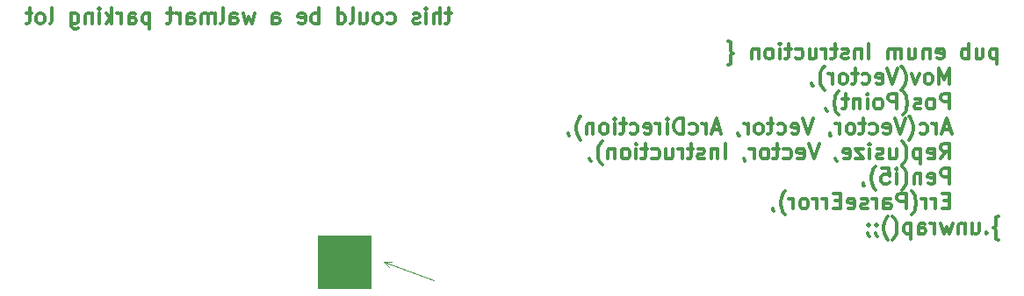
<source format=gbr>
%TF.GenerationSoftware,KiCad,Pcbnew,8.0.1*%
%TF.CreationDate,2025-08-12T22:43:48+02:00*%
%TF.ProjectId,niclas-alarmmelder-pro,6e69636c-6173-42d6-916c-61726d6d656c,rev?*%
%TF.SameCoordinates,Original*%
%TF.FileFunction,Legend,Bot*%
%TF.FilePolarity,Positive*%
%FSLAX46Y46*%
G04 Gerber Fmt 4.6, Leading zero omitted, Abs format (unit mm)*
G04 Created by KiCad (PCBNEW 8.0.1) date 2025-08-12 22:43:48*
%MOMM*%
%LPD*%
G01*
G04 APERTURE LIST*
%ADD10C,0.100000*%
%ADD11C,0.300000*%
G04 APERTURE END LIST*
D10*
X125476000Y-72898000D02*
X120650000Y-71120000D01*
X121158000Y-71628000D02*
X120650000Y-71120000D01*
X114300000Y-68580000D02*
X119380000Y-68580000D01*
X119380000Y-73660000D01*
X114300000Y-73660000D01*
X114300000Y-68580000D01*
G36*
X114300000Y-68580000D02*
G01*
X119380000Y-68580000D01*
X119380000Y-73660000D01*
X114300000Y-73660000D01*
X114300000Y-68580000D01*
G37*
X121412000Y-71120000D02*
X120650000Y-71120000D01*
D11*
X179785489Y-50476416D02*
X179785489Y-51976416D01*
X179785489Y-50547845D02*
X179642632Y-50476416D01*
X179642632Y-50476416D02*
X179356917Y-50476416D01*
X179356917Y-50476416D02*
X179214060Y-50547845D01*
X179214060Y-50547845D02*
X179142632Y-50619273D01*
X179142632Y-50619273D02*
X179071203Y-50762130D01*
X179071203Y-50762130D02*
X179071203Y-51190702D01*
X179071203Y-51190702D02*
X179142632Y-51333559D01*
X179142632Y-51333559D02*
X179214060Y-51404988D01*
X179214060Y-51404988D02*
X179356917Y-51476416D01*
X179356917Y-51476416D02*
X179642632Y-51476416D01*
X179642632Y-51476416D02*
X179785489Y-51404988D01*
X177785489Y-50476416D02*
X177785489Y-51476416D01*
X178428346Y-50476416D02*
X178428346Y-51262130D01*
X178428346Y-51262130D02*
X178356917Y-51404988D01*
X178356917Y-51404988D02*
X178214060Y-51476416D01*
X178214060Y-51476416D02*
X177999774Y-51476416D01*
X177999774Y-51476416D02*
X177856917Y-51404988D01*
X177856917Y-51404988D02*
X177785489Y-51333559D01*
X177071203Y-51476416D02*
X177071203Y-49976416D01*
X177071203Y-50547845D02*
X176928346Y-50476416D01*
X176928346Y-50476416D02*
X176642631Y-50476416D01*
X176642631Y-50476416D02*
X176499774Y-50547845D01*
X176499774Y-50547845D02*
X176428346Y-50619273D01*
X176428346Y-50619273D02*
X176356917Y-50762130D01*
X176356917Y-50762130D02*
X176356917Y-51190702D01*
X176356917Y-51190702D02*
X176428346Y-51333559D01*
X176428346Y-51333559D02*
X176499774Y-51404988D01*
X176499774Y-51404988D02*
X176642631Y-51476416D01*
X176642631Y-51476416D02*
X176928346Y-51476416D01*
X176928346Y-51476416D02*
X177071203Y-51404988D01*
X173999774Y-51404988D02*
X174142631Y-51476416D01*
X174142631Y-51476416D02*
X174428346Y-51476416D01*
X174428346Y-51476416D02*
X174571203Y-51404988D01*
X174571203Y-51404988D02*
X174642631Y-51262130D01*
X174642631Y-51262130D02*
X174642631Y-50690702D01*
X174642631Y-50690702D02*
X174571203Y-50547845D01*
X174571203Y-50547845D02*
X174428346Y-50476416D01*
X174428346Y-50476416D02*
X174142631Y-50476416D01*
X174142631Y-50476416D02*
X173999774Y-50547845D01*
X173999774Y-50547845D02*
X173928346Y-50690702D01*
X173928346Y-50690702D02*
X173928346Y-50833559D01*
X173928346Y-50833559D02*
X174642631Y-50976416D01*
X173285489Y-50476416D02*
X173285489Y-51476416D01*
X173285489Y-50619273D02*
X173214060Y-50547845D01*
X173214060Y-50547845D02*
X173071203Y-50476416D01*
X173071203Y-50476416D02*
X172856917Y-50476416D01*
X172856917Y-50476416D02*
X172714060Y-50547845D01*
X172714060Y-50547845D02*
X172642632Y-50690702D01*
X172642632Y-50690702D02*
X172642632Y-51476416D01*
X171285489Y-50476416D02*
X171285489Y-51476416D01*
X171928346Y-50476416D02*
X171928346Y-51262130D01*
X171928346Y-51262130D02*
X171856917Y-51404988D01*
X171856917Y-51404988D02*
X171714060Y-51476416D01*
X171714060Y-51476416D02*
X171499774Y-51476416D01*
X171499774Y-51476416D02*
X171356917Y-51404988D01*
X171356917Y-51404988D02*
X171285489Y-51333559D01*
X170571203Y-51476416D02*
X170571203Y-50476416D01*
X170571203Y-50619273D02*
X170499774Y-50547845D01*
X170499774Y-50547845D02*
X170356917Y-50476416D01*
X170356917Y-50476416D02*
X170142631Y-50476416D01*
X170142631Y-50476416D02*
X169999774Y-50547845D01*
X169999774Y-50547845D02*
X169928346Y-50690702D01*
X169928346Y-50690702D02*
X169928346Y-51476416D01*
X169928346Y-50690702D02*
X169856917Y-50547845D01*
X169856917Y-50547845D02*
X169714060Y-50476416D01*
X169714060Y-50476416D02*
X169499774Y-50476416D01*
X169499774Y-50476416D02*
X169356917Y-50547845D01*
X169356917Y-50547845D02*
X169285488Y-50690702D01*
X169285488Y-50690702D02*
X169285488Y-51476416D01*
X167428346Y-51476416D02*
X167428346Y-49976416D01*
X166714060Y-50476416D02*
X166714060Y-51476416D01*
X166714060Y-50619273D02*
X166642631Y-50547845D01*
X166642631Y-50547845D02*
X166499774Y-50476416D01*
X166499774Y-50476416D02*
X166285488Y-50476416D01*
X166285488Y-50476416D02*
X166142631Y-50547845D01*
X166142631Y-50547845D02*
X166071203Y-50690702D01*
X166071203Y-50690702D02*
X166071203Y-51476416D01*
X165428345Y-51404988D02*
X165285488Y-51476416D01*
X165285488Y-51476416D02*
X164999774Y-51476416D01*
X164999774Y-51476416D02*
X164856917Y-51404988D01*
X164856917Y-51404988D02*
X164785488Y-51262130D01*
X164785488Y-51262130D02*
X164785488Y-51190702D01*
X164785488Y-51190702D02*
X164856917Y-51047845D01*
X164856917Y-51047845D02*
X164999774Y-50976416D01*
X164999774Y-50976416D02*
X165214060Y-50976416D01*
X165214060Y-50976416D02*
X165356917Y-50904988D01*
X165356917Y-50904988D02*
X165428345Y-50762130D01*
X165428345Y-50762130D02*
X165428345Y-50690702D01*
X165428345Y-50690702D02*
X165356917Y-50547845D01*
X165356917Y-50547845D02*
X165214060Y-50476416D01*
X165214060Y-50476416D02*
X164999774Y-50476416D01*
X164999774Y-50476416D02*
X164856917Y-50547845D01*
X164356916Y-50476416D02*
X163785488Y-50476416D01*
X164142631Y-49976416D02*
X164142631Y-51262130D01*
X164142631Y-51262130D02*
X164071202Y-51404988D01*
X164071202Y-51404988D02*
X163928345Y-51476416D01*
X163928345Y-51476416D02*
X163785488Y-51476416D01*
X163285488Y-51476416D02*
X163285488Y-50476416D01*
X163285488Y-50762130D02*
X163214059Y-50619273D01*
X163214059Y-50619273D02*
X163142631Y-50547845D01*
X163142631Y-50547845D02*
X162999773Y-50476416D01*
X162999773Y-50476416D02*
X162856916Y-50476416D01*
X161714060Y-50476416D02*
X161714060Y-51476416D01*
X162356917Y-50476416D02*
X162356917Y-51262130D01*
X162356917Y-51262130D02*
X162285488Y-51404988D01*
X162285488Y-51404988D02*
X162142631Y-51476416D01*
X162142631Y-51476416D02*
X161928345Y-51476416D01*
X161928345Y-51476416D02*
X161785488Y-51404988D01*
X161785488Y-51404988D02*
X161714060Y-51333559D01*
X160356917Y-51404988D02*
X160499774Y-51476416D01*
X160499774Y-51476416D02*
X160785488Y-51476416D01*
X160785488Y-51476416D02*
X160928345Y-51404988D01*
X160928345Y-51404988D02*
X160999774Y-51333559D01*
X160999774Y-51333559D02*
X161071202Y-51190702D01*
X161071202Y-51190702D02*
X161071202Y-50762130D01*
X161071202Y-50762130D02*
X160999774Y-50619273D01*
X160999774Y-50619273D02*
X160928345Y-50547845D01*
X160928345Y-50547845D02*
X160785488Y-50476416D01*
X160785488Y-50476416D02*
X160499774Y-50476416D01*
X160499774Y-50476416D02*
X160356917Y-50547845D01*
X159928345Y-50476416D02*
X159356917Y-50476416D01*
X159714060Y-49976416D02*
X159714060Y-51262130D01*
X159714060Y-51262130D02*
X159642631Y-51404988D01*
X159642631Y-51404988D02*
X159499774Y-51476416D01*
X159499774Y-51476416D02*
X159356917Y-51476416D01*
X158856917Y-51476416D02*
X158856917Y-50476416D01*
X158856917Y-49976416D02*
X158928345Y-50047845D01*
X158928345Y-50047845D02*
X158856917Y-50119273D01*
X158856917Y-50119273D02*
X158785488Y-50047845D01*
X158785488Y-50047845D02*
X158856917Y-49976416D01*
X158856917Y-49976416D02*
X158856917Y-50119273D01*
X157928345Y-51476416D02*
X158071202Y-51404988D01*
X158071202Y-51404988D02*
X158142631Y-51333559D01*
X158142631Y-51333559D02*
X158214059Y-51190702D01*
X158214059Y-51190702D02*
X158214059Y-50762130D01*
X158214059Y-50762130D02*
X158142631Y-50619273D01*
X158142631Y-50619273D02*
X158071202Y-50547845D01*
X158071202Y-50547845D02*
X157928345Y-50476416D01*
X157928345Y-50476416D02*
X157714059Y-50476416D01*
X157714059Y-50476416D02*
X157571202Y-50547845D01*
X157571202Y-50547845D02*
X157499774Y-50619273D01*
X157499774Y-50619273D02*
X157428345Y-50762130D01*
X157428345Y-50762130D02*
X157428345Y-51190702D01*
X157428345Y-51190702D02*
X157499774Y-51333559D01*
X157499774Y-51333559D02*
X157571202Y-51404988D01*
X157571202Y-51404988D02*
X157714059Y-51476416D01*
X157714059Y-51476416D02*
X157928345Y-51476416D01*
X156785488Y-50476416D02*
X156785488Y-51476416D01*
X156785488Y-50619273D02*
X156714059Y-50547845D01*
X156714059Y-50547845D02*
X156571202Y-50476416D01*
X156571202Y-50476416D02*
X156356916Y-50476416D01*
X156356916Y-50476416D02*
X156214059Y-50547845D01*
X156214059Y-50547845D02*
X156142631Y-50690702D01*
X156142631Y-50690702D02*
X156142631Y-51476416D01*
X153856916Y-52047845D02*
X153928345Y-52047845D01*
X153928345Y-52047845D02*
X154071202Y-51976416D01*
X154071202Y-51976416D02*
X154142631Y-51833559D01*
X154142631Y-51833559D02*
X154142631Y-51119273D01*
X154142631Y-51119273D02*
X154214059Y-50976416D01*
X154214059Y-50976416D02*
X154356916Y-50904988D01*
X154356916Y-50904988D02*
X154214059Y-50833559D01*
X154214059Y-50833559D02*
X154142631Y-50690702D01*
X154142631Y-50690702D02*
X154142631Y-49976416D01*
X154142631Y-49976416D02*
X154071202Y-49833559D01*
X154071202Y-49833559D02*
X153928345Y-49762130D01*
X153928345Y-49762130D02*
X153856916Y-49762130D01*
X175214061Y-53891332D02*
X175214061Y-52391332D01*
X175214061Y-52391332D02*
X174714061Y-53462761D01*
X174714061Y-53462761D02*
X174214061Y-52391332D01*
X174214061Y-52391332D02*
X174214061Y-53891332D01*
X173285489Y-53891332D02*
X173428346Y-53819904D01*
X173428346Y-53819904D02*
X173499775Y-53748475D01*
X173499775Y-53748475D02*
X173571203Y-53605618D01*
X173571203Y-53605618D02*
X173571203Y-53177046D01*
X173571203Y-53177046D02*
X173499775Y-53034189D01*
X173499775Y-53034189D02*
X173428346Y-52962761D01*
X173428346Y-52962761D02*
X173285489Y-52891332D01*
X173285489Y-52891332D02*
X173071203Y-52891332D01*
X173071203Y-52891332D02*
X172928346Y-52962761D01*
X172928346Y-52962761D02*
X172856918Y-53034189D01*
X172856918Y-53034189D02*
X172785489Y-53177046D01*
X172785489Y-53177046D02*
X172785489Y-53605618D01*
X172785489Y-53605618D02*
X172856918Y-53748475D01*
X172856918Y-53748475D02*
X172928346Y-53819904D01*
X172928346Y-53819904D02*
X173071203Y-53891332D01*
X173071203Y-53891332D02*
X173285489Y-53891332D01*
X172285489Y-52891332D02*
X171928346Y-53891332D01*
X171928346Y-53891332D02*
X171571203Y-52891332D01*
X170571203Y-54462761D02*
X170642632Y-54391332D01*
X170642632Y-54391332D02*
X170785489Y-54177046D01*
X170785489Y-54177046D02*
X170856918Y-54034189D01*
X170856918Y-54034189D02*
X170928346Y-53819904D01*
X170928346Y-53819904D02*
X170999775Y-53462761D01*
X170999775Y-53462761D02*
X170999775Y-53177046D01*
X170999775Y-53177046D02*
X170928346Y-52819904D01*
X170928346Y-52819904D02*
X170856918Y-52605618D01*
X170856918Y-52605618D02*
X170785489Y-52462761D01*
X170785489Y-52462761D02*
X170642632Y-52248475D01*
X170642632Y-52248475D02*
X170571203Y-52177046D01*
X170214060Y-52391332D02*
X169714060Y-53891332D01*
X169714060Y-53891332D02*
X169214060Y-52391332D01*
X168142632Y-53819904D02*
X168285489Y-53891332D01*
X168285489Y-53891332D02*
X168571204Y-53891332D01*
X168571204Y-53891332D02*
X168714061Y-53819904D01*
X168714061Y-53819904D02*
X168785489Y-53677046D01*
X168785489Y-53677046D02*
X168785489Y-53105618D01*
X168785489Y-53105618D02*
X168714061Y-52962761D01*
X168714061Y-52962761D02*
X168571204Y-52891332D01*
X168571204Y-52891332D02*
X168285489Y-52891332D01*
X168285489Y-52891332D02*
X168142632Y-52962761D01*
X168142632Y-52962761D02*
X168071204Y-53105618D01*
X168071204Y-53105618D02*
X168071204Y-53248475D01*
X168071204Y-53248475D02*
X168785489Y-53391332D01*
X166785490Y-53819904D02*
X166928347Y-53891332D01*
X166928347Y-53891332D02*
X167214061Y-53891332D01*
X167214061Y-53891332D02*
X167356918Y-53819904D01*
X167356918Y-53819904D02*
X167428347Y-53748475D01*
X167428347Y-53748475D02*
X167499775Y-53605618D01*
X167499775Y-53605618D02*
X167499775Y-53177046D01*
X167499775Y-53177046D02*
X167428347Y-53034189D01*
X167428347Y-53034189D02*
X167356918Y-52962761D01*
X167356918Y-52962761D02*
X167214061Y-52891332D01*
X167214061Y-52891332D02*
X166928347Y-52891332D01*
X166928347Y-52891332D02*
X166785490Y-52962761D01*
X166356918Y-52891332D02*
X165785490Y-52891332D01*
X166142633Y-52391332D02*
X166142633Y-53677046D01*
X166142633Y-53677046D02*
X166071204Y-53819904D01*
X166071204Y-53819904D02*
X165928347Y-53891332D01*
X165928347Y-53891332D02*
X165785490Y-53891332D01*
X165071204Y-53891332D02*
X165214061Y-53819904D01*
X165214061Y-53819904D02*
X165285490Y-53748475D01*
X165285490Y-53748475D02*
X165356918Y-53605618D01*
X165356918Y-53605618D02*
X165356918Y-53177046D01*
X165356918Y-53177046D02*
X165285490Y-53034189D01*
X165285490Y-53034189D02*
X165214061Y-52962761D01*
X165214061Y-52962761D02*
X165071204Y-52891332D01*
X165071204Y-52891332D02*
X164856918Y-52891332D01*
X164856918Y-52891332D02*
X164714061Y-52962761D01*
X164714061Y-52962761D02*
X164642633Y-53034189D01*
X164642633Y-53034189D02*
X164571204Y-53177046D01*
X164571204Y-53177046D02*
X164571204Y-53605618D01*
X164571204Y-53605618D02*
X164642633Y-53748475D01*
X164642633Y-53748475D02*
X164714061Y-53819904D01*
X164714061Y-53819904D02*
X164856918Y-53891332D01*
X164856918Y-53891332D02*
X165071204Y-53891332D01*
X163928347Y-53891332D02*
X163928347Y-52891332D01*
X163928347Y-53177046D02*
X163856918Y-53034189D01*
X163856918Y-53034189D02*
X163785490Y-52962761D01*
X163785490Y-52962761D02*
X163642632Y-52891332D01*
X163642632Y-52891332D02*
X163499775Y-52891332D01*
X163142633Y-54462761D02*
X163071204Y-54391332D01*
X163071204Y-54391332D02*
X162928347Y-54177046D01*
X162928347Y-54177046D02*
X162856919Y-54034189D01*
X162856919Y-54034189D02*
X162785490Y-53819904D01*
X162785490Y-53819904D02*
X162714061Y-53462761D01*
X162714061Y-53462761D02*
X162714061Y-53177046D01*
X162714061Y-53177046D02*
X162785490Y-52819904D01*
X162785490Y-52819904D02*
X162856919Y-52605618D01*
X162856919Y-52605618D02*
X162928347Y-52462761D01*
X162928347Y-52462761D02*
X163071204Y-52248475D01*
X163071204Y-52248475D02*
X163142633Y-52177046D01*
X161928347Y-53819904D02*
X161928347Y-53891332D01*
X161928347Y-53891332D02*
X161999776Y-54034189D01*
X161999776Y-54034189D02*
X162071204Y-54105618D01*
X175214061Y-56306248D02*
X175214061Y-54806248D01*
X175214061Y-54806248D02*
X174642632Y-54806248D01*
X174642632Y-54806248D02*
X174499775Y-54877677D01*
X174499775Y-54877677D02*
X174428346Y-54949105D01*
X174428346Y-54949105D02*
X174356918Y-55091962D01*
X174356918Y-55091962D02*
X174356918Y-55306248D01*
X174356918Y-55306248D02*
X174428346Y-55449105D01*
X174428346Y-55449105D02*
X174499775Y-55520534D01*
X174499775Y-55520534D02*
X174642632Y-55591962D01*
X174642632Y-55591962D02*
X175214061Y-55591962D01*
X173499775Y-56306248D02*
X173642632Y-56234820D01*
X173642632Y-56234820D02*
X173714061Y-56163391D01*
X173714061Y-56163391D02*
X173785489Y-56020534D01*
X173785489Y-56020534D02*
X173785489Y-55591962D01*
X173785489Y-55591962D02*
X173714061Y-55449105D01*
X173714061Y-55449105D02*
X173642632Y-55377677D01*
X173642632Y-55377677D02*
X173499775Y-55306248D01*
X173499775Y-55306248D02*
X173285489Y-55306248D01*
X173285489Y-55306248D02*
X173142632Y-55377677D01*
X173142632Y-55377677D02*
X173071204Y-55449105D01*
X173071204Y-55449105D02*
X172999775Y-55591962D01*
X172999775Y-55591962D02*
X172999775Y-56020534D01*
X172999775Y-56020534D02*
X173071204Y-56163391D01*
X173071204Y-56163391D02*
X173142632Y-56234820D01*
X173142632Y-56234820D02*
X173285489Y-56306248D01*
X173285489Y-56306248D02*
X173499775Y-56306248D01*
X172428346Y-56234820D02*
X172285489Y-56306248D01*
X172285489Y-56306248D02*
X171999775Y-56306248D01*
X171999775Y-56306248D02*
X171856918Y-56234820D01*
X171856918Y-56234820D02*
X171785489Y-56091962D01*
X171785489Y-56091962D02*
X171785489Y-56020534D01*
X171785489Y-56020534D02*
X171856918Y-55877677D01*
X171856918Y-55877677D02*
X171999775Y-55806248D01*
X171999775Y-55806248D02*
X172214061Y-55806248D01*
X172214061Y-55806248D02*
X172356918Y-55734820D01*
X172356918Y-55734820D02*
X172428346Y-55591962D01*
X172428346Y-55591962D02*
X172428346Y-55520534D01*
X172428346Y-55520534D02*
X172356918Y-55377677D01*
X172356918Y-55377677D02*
X172214061Y-55306248D01*
X172214061Y-55306248D02*
X171999775Y-55306248D01*
X171999775Y-55306248D02*
X171856918Y-55377677D01*
X170714060Y-56877677D02*
X170785489Y-56806248D01*
X170785489Y-56806248D02*
X170928346Y-56591962D01*
X170928346Y-56591962D02*
X170999775Y-56449105D01*
X170999775Y-56449105D02*
X171071203Y-56234820D01*
X171071203Y-56234820D02*
X171142632Y-55877677D01*
X171142632Y-55877677D02*
X171142632Y-55591962D01*
X171142632Y-55591962D02*
X171071203Y-55234820D01*
X171071203Y-55234820D02*
X170999775Y-55020534D01*
X170999775Y-55020534D02*
X170928346Y-54877677D01*
X170928346Y-54877677D02*
X170785489Y-54663391D01*
X170785489Y-54663391D02*
X170714060Y-54591962D01*
X170142632Y-56306248D02*
X170142632Y-54806248D01*
X170142632Y-54806248D02*
X169571203Y-54806248D01*
X169571203Y-54806248D02*
X169428346Y-54877677D01*
X169428346Y-54877677D02*
X169356917Y-54949105D01*
X169356917Y-54949105D02*
X169285489Y-55091962D01*
X169285489Y-55091962D02*
X169285489Y-55306248D01*
X169285489Y-55306248D02*
X169356917Y-55449105D01*
X169356917Y-55449105D02*
X169428346Y-55520534D01*
X169428346Y-55520534D02*
X169571203Y-55591962D01*
X169571203Y-55591962D02*
X170142632Y-55591962D01*
X168428346Y-56306248D02*
X168571203Y-56234820D01*
X168571203Y-56234820D02*
X168642632Y-56163391D01*
X168642632Y-56163391D02*
X168714060Y-56020534D01*
X168714060Y-56020534D02*
X168714060Y-55591962D01*
X168714060Y-55591962D02*
X168642632Y-55449105D01*
X168642632Y-55449105D02*
X168571203Y-55377677D01*
X168571203Y-55377677D02*
X168428346Y-55306248D01*
X168428346Y-55306248D02*
X168214060Y-55306248D01*
X168214060Y-55306248D02*
X168071203Y-55377677D01*
X168071203Y-55377677D02*
X167999775Y-55449105D01*
X167999775Y-55449105D02*
X167928346Y-55591962D01*
X167928346Y-55591962D02*
X167928346Y-56020534D01*
X167928346Y-56020534D02*
X167999775Y-56163391D01*
X167999775Y-56163391D02*
X168071203Y-56234820D01*
X168071203Y-56234820D02*
X168214060Y-56306248D01*
X168214060Y-56306248D02*
X168428346Y-56306248D01*
X167285489Y-56306248D02*
X167285489Y-55306248D01*
X167285489Y-54806248D02*
X167356917Y-54877677D01*
X167356917Y-54877677D02*
X167285489Y-54949105D01*
X167285489Y-54949105D02*
X167214060Y-54877677D01*
X167214060Y-54877677D02*
X167285489Y-54806248D01*
X167285489Y-54806248D02*
X167285489Y-54949105D01*
X166571203Y-55306248D02*
X166571203Y-56306248D01*
X166571203Y-55449105D02*
X166499774Y-55377677D01*
X166499774Y-55377677D02*
X166356917Y-55306248D01*
X166356917Y-55306248D02*
X166142631Y-55306248D01*
X166142631Y-55306248D02*
X165999774Y-55377677D01*
X165999774Y-55377677D02*
X165928346Y-55520534D01*
X165928346Y-55520534D02*
X165928346Y-56306248D01*
X165428345Y-55306248D02*
X164856917Y-55306248D01*
X165214060Y-54806248D02*
X165214060Y-56091962D01*
X165214060Y-56091962D02*
X165142631Y-56234820D01*
X165142631Y-56234820D02*
X164999774Y-56306248D01*
X164999774Y-56306248D02*
X164856917Y-56306248D01*
X164499774Y-56877677D02*
X164428345Y-56806248D01*
X164428345Y-56806248D02*
X164285488Y-56591962D01*
X164285488Y-56591962D02*
X164214060Y-56449105D01*
X164214060Y-56449105D02*
X164142631Y-56234820D01*
X164142631Y-56234820D02*
X164071202Y-55877677D01*
X164071202Y-55877677D02*
X164071202Y-55591962D01*
X164071202Y-55591962D02*
X164142631Y-55234820D01*
X164142631Y-55234820D02*
X164214060Y-55020534D01*
X164214060Y-55020534D02*
X164285488Y-54877677D01*
X164285488Y-54877677D02*
X164428345Y-54663391D01*
X164428345Y-54663391D02*
X164499774Y-54591962D01*
X163285488Y-56234820D02*
X163285488Y-56306248D01*
X163285488Y-56306248D02*
X163356917Y-56449105D01*
X163356917Y-56449105D02*
X163428345Y-56520534D01*
X175285489Y-58292593D02*
X174571204Y-58292593D01*
X175428346Y-58721164D02*
X174928346Y-57221164D01*
X174928346Y-57221164D02*
X174428346Y-58721164D01*
X173928347Y-58721164D02*
X173928347Y-57721164D01*
X173928347Y-58006878D02*
X173856918Y-57864021D01*
X173856918Y-57864021D02*
X173785490Y-57792593D01*
X173785490Y-57792593D02*
X173642632Y-57721164D01*
X173642632Y-57721164D02*
X173499775Y-57721164D01*
X172356919Y-58649736D02*
X172499776Y-58721164D01*
X172499776Y-58721164D02*
X172785490Y-58721164D01*
X172785490Y-58721164D02*
X172928347Y-58649736D01*
X172928347Y-58649736D02*
X172999776Y-58578307D01*
X172999776Y-58578307D02*
X173071204Y-58435450D01*
X173071204Y-58435450D02*
X173071204Y-58006878D01*
X173071204Y-58006878D02*
X172999776Y-57864021D01*
X172999776Y-57864021D02*
X172928347Y-57792593D01*
X172928347Y-57792593D02*
X172785490Y-57721164D01*
X172785490Y-57721164D02*
X172499776Y-57721164D01*
X172499776Y-57721164D02*
X172356919Y-57792593D01*
X171285490Y-59292593D02*
X171356919Y-59221164D01*
X171356919Y-59221164D02*
X171499776Y-59006878D01*
X171499776Y-59006878D02*
X171571205Y-58864021D01*
X171571205Y-58864021D02*
X171642633Y-58649736D01*
X171642633Y-58649736D02*
X171714062Y-58292593D01*
X171714062Y-58292593D02*
X171714062Y-58006878D01*
X171714062Y-58006878D02*
X171642633Y-57649736D01*
X171642633Y-57649736D02*
X171571205Y-57435450D01*
X171571205Y-57435450D02*
X171499776Y-57292593D01*
X171499776Y-57292593D02*
X171356919Y-57078307D01*
X171356919Y-57078307D02*
X171285490Y-57006878D01*
X170928347Y-57221164D02*
X170428347Y-58721164D01*
X170428347Y-58721164D02*
X169928347Y-57221164D01*
X168856919Y-58649736D02*
X168999776Y-58721164D01*
X168999776Y-58721164D02*
X169285491Y-58721164D01*
X169285491Y-58721164D02*
X169428348Y-58649736D01*
X169428348Y-58649736D02*
X169499776Y-58506878D01*
X169499776Y-58506878D02*
X169499776Y-57935450D01*
X169499776Y-57935450D02*
X169428348Y-57792593D01*
X169428348Y-57792593D02*
X169285491Y-57721164D01*
X169285491Y-57721164D02*
X168999776Y-57721164D01*
X168999776Y-57721164D02*
X168856919Y-57792593D01*
X168856919Y-57792593D02*
X168785491Y-57935450D01*
X168785491Y-57935450D02*
X168785491Y-58078307D01*
X168785491Y-58078307D02*
X169499776Y-58221164D01*
X167499777Y-58649736D02*
X167642634Y-58721164D01*
X167642634Y-58721164D02*
X167928348Y-58721164D01*
X167928348Y-58721164D02*
X168071205Y-58649736D01*
X168071205Y-58649736D02*
X168142634Y-58578307D01*
X168142634Y-58578307D02*
X168214062Y-58435450D01*
X168214062Y-58435450D02*
X168214062Y-58006878D01*
X168214062Y-58006878D02*
X168142634Y-57864021D01*
X168142634Y-57864021D02*
X168071205Y-57792593D01*
X168071205Y-57792593D02*
X167928348Y-57721164D01*
X167928348Y-57721164D02*
X167642634Y-57721164D01*
X167642634Y-57721164D02*
X167499777Y-57792593D01*
X167071205Y-57721164D02*
X166499777Y-57721164D01*
X166856920Y-57221164D02*
X166856920Y-58506878D01*
X166856920Y-58506878D02*
X166785491Y-58649736D01*
X166785491Y-58649736D02*
X166642634Y-58721164D01*
X166642634Y-58721164D02*
X166499777Y-58721164D01*
X165785491Y-58721164D02*
X165928348Y-58649736D01*
X165928348Y-58649736D02*
X165999777Y-58578307D01*
X165999777Y-58578307D02*
X166071205Y-58435450D01*
X166071205Y-58435450D02*
X166071205Y-58006878D01*
X166071205Y-58006878D02*
X165999777Y-57864021D01*
X165999777Y-57864021D02*
X165928348Y-57792593D01*
X165928348Y-57792593D02*
X165785491Y-57721164D01*
X165785491Y-57721164D02*
X165571205Y-57721164D01*
X165571205Y-57721164D02*
X165428348Y-57792593D01*
X165428348Y-57792593D02*
X165356920Y-57864021D01*
X165356920Y-57864021D02*
X165285491Y-58006878D01*
X165285491Y-58006878D02*
X165285491Y-58435450D01*
X165285491Y-58435450D02*
X165356920Y-58578307D01*
X165356920Y-58578307D02*
X165428348Y-58649736D01*
X165428348Y-58649736D02*
X165571205Y-58721164D01*
X165571205Y-58721164D02*
X165785491Y-58721164D01*
X164642634Y-58721164D02*
X164642634Y-57721164D01*
X164642634Y-58006878D02*
X164571205Y-57864021D01*
X164571205Y-57864021D02*
X164499777Y-57792593D01*
X164499777Y-57792593D02*
X164356919Y-57721164D01*
X164356919Y-57721164D02*
X164214062Y-57721164D01*
X163642634Y-58649736D02*
X163642634Y-58721164D01*
X163642634Y-58721164D02*
X163714063Y-58864021D01*
X163714063Y-58864021D02*
X163785491Y-58935450D01*
X162071205Y-57221164D02*
X161571205Y-58721164D01*
X161571205Y-58721164D02*
X161071205Y-57221164D01*
X159999777Y-58649736D02*
X160142634Y-58721164D01*
X160142634Y-58721164D02*
X160428349Y-58721164D01*
X160428349Y-58721164D02*
X160571206Y-58649736D01*
X160571206Y-58649736D02*
X160642634Y-58506878D01*
X160642634Y-58506878D02*
X160642634Y-57935450D01*
X160642634Y-57935450D02*
X160571206Y-57792593D01*
X160571206Y-57792593D02*
X160428349Y-57721164D01*
X160428349Y-57721164D02*
X160142634Y-57721164D01*
X160142634Y-57721164D02*
X159999777Y-57792593D01*
X159999777Y-57792593D02*
X159928349Y-57935450D01*
X159928349Y-57935450D02*
X159928349Y-58078307D01*
X159928349Y-58078307D02*
X160642634Y-58221164D01*
X158642635Y-58649736D02*
X158785492Y-58721164D01*
X158785492Y-58721164D02*
X159071206Y-58721164D01*
X159071206Y-58721164D02*
X159214063Y-58649736D01*
X159214063Y-58649736D02*
X159285492Y-58578307D01*
X159285492Y-58578307D02*
X159356920Y-58435450D01*
X159356920Y-58435450D02*
X159356920Y-58006878D01*
X159356920Y-58006878D02*
X159285492Y-57864021D01*
X159285492Y-57864021D02*
X159214063Y-57792593D01*
X159214063Y-57792593D02*
X159071206Y-57721164D01*
X159071206Y-57721164D02*
X158785492Y-57721164D01*
X158785492Y-57721164D02*
X158642635Y-57792593D01*
X158214063Y-57721164D02*
X157642635Y-57721164D01*
X157999778Y-57221164D02*
X157999778Y-58506878D01*
X157999778Y-58506878D02*
X157928349Y-58649736D01*
X157928349Y-58649736D02*
X157785492Y-58721164D01*
X157785492Y-58721164D02*
X157642635Y-58721164D01*
X156928349Y-58721164D02*
X157071206Y-58649736D01*
X157071206Y-58649736D02*
X157142635Y-58578307D01*
X157142635Y-58578307D02*
X157214063Y-58435450D01*
X157214063Y-58435450D02*
X157214063Y-58006878D01*
X157214063Y-58006878D02*
X157142635Y-57864021D01*
X157142635Y-57864021D02*
X157071206Y-57792593D01*
X157071206Y-57792593D02*
X156928349Y-57721164D01*
X156928349Y-57721164D02*
X156714063Y-57721164D01*
X156714063Y-57721164D02*
X156571206Y-57792593D01*
X156571206Y-57792593D02*
X156499778Y-57864021D01*
X156499778Y-57864021D02*
X156428349Y-58006878D01*
X156428349Y-58006878D02*
X156428349Y-58435450D01*
X156428349Y-58435450D02*
X156499778Y-58578307D01*
X156499778Y-58578307D02*
X156571206Y-58649736D01*
X156571206Y-58649736D02*
X156714063Y-58721164D01*
X156714063Y-58721164D02*
X156928349Y-58721164D01*
X155785492Y-58721164D02*
X155785492Y-57721164D01*
X155785492Y-58006878D02*
X155714063Y-57864021D01*
X155714063Y-57864021D02*
X155642635Y-57792593D01*
X155642635Y-57792593D02*
X155499777Y-57721164D01*
X155499777Y-57721164D02*
X155356920Y-57721164D01*
X154785492Y-58649736D02*
X154785492Y-58721164D01*
X154785492Y-58721164D02*
X154856921Y-58864021D01*
X154856921Y-58864021D02*
X154928349Y-58935450D01*
X153071206Y-58292593D02*
X152356921Y-58292593D01*
X153214063Y-58721164D02*
X152714063Y-57221164D01*
X152714063Y-57221164D02*
X152214063Y-58721164D01*
X151714064Y-58721164D02*
X151714064Y-57721164D01*
X151714064Y-58006878D02*
X151642635Y-57864021D01*
X151642635Y-57864021D02*
X151571207Y-57792593D01*
X151571207Y-57792593D02*
X151428349Y-57721164D01*
X151428349Y-57721164D02*
X151285492Y-57721164D01*
X150142636Y-58649736D02*
X150285493Y-58721164D01*
X150285493Y-58721164D02*
X150571207Y-58721164D01*
X150571207Y-58721164D02*
X150714064Y-58649736D01*
X150714064Y-58649736D02*
X150785493Y-58578307D01*
X150785493Y-58578307D02*
X150856921Y-58435450D01*
X150856921Y-58435450D02*
X150856921Y-58006878D01*
X150856921Y-58006878D02*
X150785493Y-57864021D01*
X150785493Y-57864021D02*
X150714064Y-57792593D01*
X150714064Y-57792593D02*
X150571207Y-57721164D01*
X150571207Y-57721164D02*
X150285493Y-57721164D01*
X150285493Y-57721164D02*
X150142636Y-57792593D01*
X149499779Y-58721164D02*
X149499779Y-57221164D01*
X149499779Y-57221164D02*
X149142636Y-57221164D01*
X149142636Y-57221164D02*
X148928350Y-57292593D01*
X148928350Y-57292593D02*
X148785493Y-57435450D01*
X148785493Y-57435450D02*
X148714064Y-57578307D01*
X148714064Y-57578307D02*
X148642636Y-57864021D01*
X148642636Y-57864021D02*
X148642636Y-58078307D01*
X148642636Y-58078307D02*
X148714064Y-58364021D01*
X148714064Y-58364021D02*
X148785493Y-58506878D01*
X148785493Y-58506878D02*
X148928350Y-58649736D01*
X148928350Y-58649736D02*
X149142636Y-58721164D01*
X149142636Y-58721164D02*
X149499779Y-58721164D01*
X147999779Y-58721164D02*
X147999779Y-57721164D01*
X147999779Y-57221164D02*
X148071207Y-57292593D01*
X148071207Y-57292593D02*
X147999779Y-57364021D01*
X147999779Y-57364021D02*
X147928350Y-57292593D01*
X147928350Y-57292593D02*
X147999779Y-57221164D01*
X147999779Y-57221164D02*
X147999779Y-57364021D01*
X147285493Y-58721164D02*
X147285493Y-57721164D01*
X147285493Y-58006878D02*
X147214064Y-57864021D01*
X147214064Y-57864021D02*
X147142636Y-57792593D01*
X147142636Y-57792593D02*
X146999778Y-57721164D01*
X146999778Y-57721164D02*
X146856921Y-57721164D01*
X145785493Y-58649736D02*
X145928350Y-58721164D01*
X145928350Y-58721164D02*
X146214065Y-58721164D01*
X146214065Y-58721164D02*
X146356922Y-58649736D01*
X146356922Y-58649736D02*
X146428350Y-58506878D01*
X146428350Y-58506878D02*
X146428350Y-57935450D01*
X146428350Y-57935450D02*
X146356922Y-57792593D01*
X146356922Y-57792593D02*
X146214065Y-57721164D01*
X146214065Y-57721164D02*
X145928350Y-57721164D01*
X145928350Y-57721164D02*
X145785493Y-57792593D01*
X145785493Y-57792593D02*
X145714065Y-57935450D01*
X145714065Y-57935450D02*
X145714065Y-58078307D01*
X145714065Y-58078307D02*
X146428350Y-58221164D01*
X144428351Y-58649736D02*
X144571208Y-58721164D01*
X144571208Y-58721164D02*
X144856922Y-58721164D01*
X144856922Y-58721164D02*
X144999779Y-58649736D01*
X144999779Y-58649736D02*
X145071208Y-58578307D01*
X145071208Y-58578307D02*
X145142636Y-58435450D01*
X145142636Y-58435450D02*
X145142636Y-58006878D01*
X145142636Y-58006878D02*
X145071208Y-57864021D01*
X145071208Y-57864021D02*
X144999779Y-57792593D01*
X144999779Y-57792593D02*
X144856922Y-57721164D01*
X144856922Y-57721164D02*
X144571208Y-57721164D01*
X144571208Y-57721164D02*
X144428351Y-57792593D01*
X143999779Y-57721164D02*
X143428351Y-57721164D01*
X143785494Y-57221164D02*
X143785494Y-58506878D01*
X143785494Y-58506878D02*
X143714065Y-58649736D01*
X143714065Y-58649736D02*
X143571208Y-58721164D01*
X143571208Y-58721164D02*
X143428351Y-58721164D01*
X142928351Y-58721164D02*
X142928351Y-57721164D01*
X142928351Y-57221164D02*
X142999779Y-57292593D01*
X142999779Y-57292593D02*
X142928351Y-57364021D01*
X142928351Y-57364021D02*
X142856922Y-57292593D01*
X142856922Y-57292593D02*
X142928351Y-57221164D01*
X142928351Y-57221164D02*
X142928351Y-57364021D01*
X141999779Y-58721164D02*
X142142636Y-58649736D01*
X142142636Y-58649736D02*
X142214065Y-58578307D01*
X142214065Y-58578307D02*
X142285493Y-58435450D01*
X142285493Y-58435450D02*
X142285493Y-58006878D01*
X142285493Y-58006878D02*
X142214065Y-57864021D01*
X142214065Y-57864021D02*
X142142636Y-57792593D01*
X142142636Y-57792593D02*
X141999779Y-57721164D01*
X141999779Y-57721164D02*
X141785493Y-57721164D01*
X141785493Y-57721164D02*
X141642636Y-57792593D01*
X141642636Y-57792593D02*
X141571208Y-57864021D01*
X141571208Y-57864021D02*
X141499779Y-58006878D01*
X141499779Y-58006878D02*
X141499779Y-58435450D01*
X141499779Y-58435450D02*
X141571208Y-58578307D01*
X141571208Y-58578307D02*
X141642636Y-58649736D01*
X141642636Y-58649736D02*
X141785493Y-58721164D01*
X141785493Y-58721164D02*
X141999779Y-58721164D01*
X140856922Y-57721164D02*
X140856922Y-58721164D01*
X140856922Y-57864021D02*
X140785493Y-57792593D01*
X140785493Y-57792593D02*
X140642636Y-57721164D01*
X140642636Y-57721164D02*
X140428350Y-57721164D01*
X140428350Y-57721164D02*
X140285493Y-57792593D01*
X140285493Y-57792593D02*
X140214065Y-57935450D01*
X140214065Y-57935450D02*
X140214065Y-58721164D01*
X139642636Y-59292593D02*
X139571207Y-59221164D01*
X139571207Y-59221164D02*
X139428350Y-59006878D01*
X139428350Y-59006878D02*
X139356922Y-58864021D01*
X139356922Y-58864021D02*
X139285493Y-58649736D01*
X139285493Y-58649736D02*
X139214064Y-58292593D01*
X139214064Y-58292593D02*
X139214064Y-58006878D01*
X139214064Y-58006878D02*
X139285493Y-57649736D01*
X139285493Y-57649736D02*
X139356922Y-57435450D01*
X139356922Y-57435450D02*
X139428350Y-57292593D01*
X139428350Y-57292593D02*
X139571207Y-57078307D01*
X139571207Y-57078307D02*
X139642636Y-57006878D01*
X138428350Y-58649736D02*
X138428350Y-58721164D01*
X138428350Y-58721164D02*
X138499779Y-58864021D01*
X138499779Y-58864021D02*
X138571207Y-58935450D01*
X174356918Y-61136080D02*
X174856918Y-60421794D01*
X175214061Y-61136080D02*
X175214061Y-59636080D01*
X175214061Y-59636080D02*
X174642632Y-59636080D01*
X174642632Y-59636080D02*
X174499775Y-59707509D01*
X174499775Y-59707509D02*
X174428346Y-59778937D01*
X174428346Y-59778937D02*
X174356918Y-59921794D01*
X174356918Y-59921794D02*
X174356918Y-60136080D01*
X174356918Y-60136080D02*
X174428346Y-60278937D01*
X174428346Y-60278937D02*
X174499775Y-60350366D01*
X174499775Y-60350366D02*
X174642632Y-60421794D01*
X174642632Y-60421794D02*
X175214061Y-60421794D01*
X173142632Y-61064652D02*
X173285489Y-61136080D01*
X173285489Y-61136080D02*
X173571204Y-61136080D01*
X173571204Y-61136080D02*
X173714061Y-61064652D01*
X173714061Y-61064652D02*
X173785489Y-60921794D01*
X173785489Y-60921794D02*
X173785489Y-60350366D01*
X173785489Y-60350366D02*
X173714061Y-60207509D01*
X173714061Y-60207509D02*
X173571204Y-60136080D01*
X173571204Y-60136080D02*
X173285489Y-60136080D01*
X173285489Y-60136080D02*
X173142632Y-60207509D01*
X173142632Y-60207509D02*
X173071204Y-60350366D01*
X173071204Y-60350366D02*
X173071204Y-60493223D01*
X173071204Y-60493223D02*
X173785489Y-60636080D01*
X172428347Y-60136080D02*
X172428347Y-61636080D01*
X172428347Y-60207509D02*
X172285490Y-60136080D01*
X172285490Y-60136080D02*
X171999775Y-60136080D01*
X171999775Y-60136080D02*
X171856918Y-60207509D01*
X171856918Y-60207509D02*
X171785490Y-60278937D01*
X171785490Y-60278937D02*
X171714061Y-60421794D01*
X171714061Y-60421794D02*
X171714061Y-60850366D01*
X171714061Y-60850366D02*
X171785490Y-60993223D01*
X171785490Y-60993223D02*
X171856918Y-61064652D01*
X171856918Y-61064652D02*
X171999775Y-61136080D01*
X171999775Y-61136080D02*
X172285490Y-61136080D01*
X172285490Y-61136080D02*
X172428347Y-61064652D01*
X170642632Y-61707509D02*
X170714061Y-61636080D01*
X170714061Y-61636080D02*
X170856918Y-61421794D01*
X170856918Y-61421794D02*
X170928347Y-61278937D01*
X170928347Y-61278937D02*
X170999775Y-61064652D01*
X170999775Y-61064652D02*
X171071204Y-60707509D01*
X171071204Y-60707509D02*
X171071204Y-60421794D01*
X171071204Y-60421794D02*
X170999775Y-60064652D01*
X170999775Y-60064652D02*
X170928347Y-59850366D01*
X170928347Y-59850366D02*
X170856918Y-59707509D01*
X170856918Y-59707509D02*
X170714061Y-59493223D01*
X170714061Y-59493223D02*
X170642632Y-59421794D01*
X169428347Y-60136080D02*
X169428347Y-61136080D01*
X170071204Y-60136080D02*
X170071204Y-60921794D01*
X170071204Y-60921794D02*
X169999775Y-61064652D01*
X169999775Y-61064652D02*
X169856918Y-61136080D01*
X169856918Y-61136080D02*
X169642632Y-61136080D01*
X169642632Y-61136080D02*
X169499775Y-61064652D01*
X169499775Y-61064652D02*
X169428347Y-60993223D01*
X168785489Y-61064652D02*
X168642632Y-61136080D01*
X168642632Y-61136080D02*
X168356918Y-61136080D01*
X168356918Y-61136080D02*
X168214061Y-61064652D01*
X168214061Y-61064652D02*
X168142632Y-60921794D01*
X168142632Y-60921794D02*
X168142632Y-60850366D01*
X168142632Y-60850366D02*
X168214061Y-60707509D01*
X168214061Y-60707509D02*
X168356918Y-60636080D01*
X168356918Y-60636080D02*
X168571204Y-60636080D01*
X168571204Y-60636080D02*
X168714061Y-60564652D01*
X168714061Y-60564652D02*
X168785489Y-60421794D01*
X168785489Y-60421794D02*
X168785489Y-60350366D01*
X168785489Y-60350366D02*
X168714061Y-60207509D01*
X168714061Y-60207509D02*
X168571204Y-60136080D01*
X168571204Y-60136080D02*
X168356918Y-60136080D01*
X168356918Y-60136080D02*
X168214061Y-60207509D01*
X167499775Y-61136080D02*
X167499775Y-60136080D01*
X167499775Y-59636080D02*
X167571203Y-59707509D01*
X167571203Y-59707509D02*
X167499775Y-59778937D01*
X167499775Y-59778937D02*
X167428346Y-59707509D01*
X167428346Y-59707509D02*
X167499775Y-59636080D01*
X167499775Y-59636080D02*
X167499775Y-59778937D01*
X166928346Y-60136080D02*
X166142632Y-60136080D01*
X166142632Y-60136080D02*
X166928346Y-61136080D01*
X166928346Y-61136080D02*
X166142632Y-61136080D01*
X164999774Y-61064652D02*
X165142631Y-61136080D01*
X165142631Y-61136080D02*
X165428346Y-61136080D01*
X165428346Y-61136080D02*
X165571203Y-61064652D01*
X165571203Y-61064652D02*
X165642631Y-60921794D01*
X165642631Y-60921794D02*
X165642631Y-60350366D01*
X165642631Y-60350366D02*
X165571203Y-60207509D01*
X165571203Y-60207509D02*
X165428346Y-60136080D01*
X165428346Y-60136080D02*
X165142631Y-60136080D01*
X165142631Y-60136080D02*
X164999774Y-60207509D01*
X164999774Y-60207509D02*
X164928346Y-60350366D01*
X164928346Y-60350366D02*
X164928346Y-60493223D01*
X164928346Y-60493223D02*
X165642631Y-60636080D01*
X164214060Y-61064652D02*
X164214060Y-61136080D01*
X164214060Y-61136080D02*
X164285489Y-61278937D01*
X164285489Y-61278937D02*
X164356917Y-61350366D01*
X162642631Y-59636080D02*
X162142631Y-61136080D01*
X162142631Y-61136080D02*
X161642631Y-59636080D01*
X160571203Y-61064652D02*
X160714060Y-61136080D01*
X160714060Y-61136080D02*
X160999775Y-61136080D01*
X160999775Y-61136080D02*
X161142632Y-61064652D01*
X161142632Y-61064652D02*
X161214060Y-60921794D01*
X161214060Y-60921794D02*
X161214060Y-60350366D01*
X161214060Y-60350366D02*
X161142632Y-60207509D01*
X161142632Y-60207509D02*
X160999775Y-60136080D01*
X160999775Y-60136080D02*
X160714060Y-60136080D01*
X160714060Y-60136080D02*
X160571203Y-60207509D01*
X160571203Y-60207509D02*
X160499775Y-60350366D01*
X160499775Y-60350366D02*
X160499775Y-60493223D01*
X160499775Y-60493223D02*
X161214060Y-60636080D01*
X159214061Y-61064652D02*
X159356918Y-61136080D01*
X159356918Y-61136080D02*
X159642632Y-61136080D01*
X159642632Y-61136080D02*
X159785489Y-61064652D01*
X159785489Y-61064652D02*
X159856918Y-60993223D01*
X159856918Y-60993223D02*
X159928346Y-60850366D01*
X159928346Y-60850366D02*
X159928346Y-60421794D01*
X159928346Y-60421794D02*
X159856918Y-60278937D01*
X159856918Y-60278937D02*
X159785489Y-60207509D01*
X159785489Y-60207509D02*
X159642632Y-60136080D01*
X159642632Y-60136080D02*
X159356918Y-60136080D01*
X159356918Y-60136080D02*
X159214061Y-60207509D01*
X158785489Y-60136080D02*
X158214061Y-60136080D01*
X158571204Y-59636080D02*
X158571204Y-60921794D01*
X158571204Y-60921794D02*
X158499775Y-61064652D01*
X158499775Y-61064652D02*
X158356918Y-61136080D01*
X158356918Y-61136080D02*
X158214061Y-61136080D01*
X157499775Y-61136080D02*
X157642632Y-61064652D01*
X157642632Y-61064652D02*
X157714061Y-60993223D01*
X157714061Y-60993223D02*
X157785489Y-60850366D01*
X157785489Y-60850366D02*
X157785489Y-60421794D01*
X157785489Y-60421794D02*
X157714061Y-60278937D01*
X157714061Y-60278937D02*
X157642632Y-60207509D01*
X157642632Y-60207509D02*
X157499775Y-60136080D01*
X157499775Y-60136080D02*
X157285489Y-60136080D01*
X157285489Y-60136080D02*
X157142632Y-60207509D01*
X157142632Y-60207509D02*
X157071204Y-60278937D01*
X157071204Y-60278937D02*
X156999775Y-60421794D01*
X156999775Y-60421794D02*
X156999775Y-60850366D01*
X156999775Y-60850366D02*
X157071204Y-60993223D01*
X157071204Y-60993223D02*
X157142632Y-61064652D01*
X157142632Y-61064652D02*
X157285489Y-61136080D01*
X157285489Y-61136080D02*
X157499775Y-61136080D01*
X156356918Y-61136080D02*
X156356918Y-60136080D01*
X156356918Y-60421794D02*
X156285489Y-60278937D01*
X156285489Y-60278937D02*
X156214061Y-60207509D01*
X156214061Y-60207509D02*
X156071203Y-60136080D01*
X156071203Y-60136080D02*
X155928346Y-60136080D01*
X155356918Y-61064652D02*
X155356918Y-61136080D01*
X155356918Y-61136080D02*
X155428347Y-61278937D01*
X155428347Y-61278937D02*
X155499775Y-61350366D01*
X153571204Y-61136080D02*
X153571204Y-59636080D01*
X152856918Y-60136080D02*
X152856918Y-61136080D01*
X152856918Y-60278937D02*
X152785489Y-60207509D01*
X152785489Y-60207509D02*
X152642632Y-60136080D01*
X152642632Y-60136080D02*
X152428346Y-60136080D01*
X152428346Y-60136080D02*
X152285489Y-60207509D01*
X152285489Y-60207509D02*
X152214061Y-60350366D01*
X152214061Y-60350366D02*
X152214061Y-61136080D01*
X151571203Y-61064652D02*
X151428346Y-61136080D01*
X151428346Y-61136080D02*
X151142632Y-61136080D01*
X151142632Y-61136080D02*
X150999775Y-61064652D01*
X150999775Y-61064652D02*
X150928346Y-60921794D01*
X150928346Y-60921794D02*
X150928346Y-60850366D01*
X150928346Y-60850366D02*
X150999775Y-60707509D01*
X150999775Y-60707509D02*
X151142632Y-60636080D01*
X151142632Y-60636080D02*
X151356918Y-60636080D01*
X151356918Y-60636080D02*
X151499775Y-60564652D01*
X151499775Y-60564652D02*
X151571203Y-60421794D01*
X151571203Y-60421794D02*
X151571203Y-60350366D01*
X151571203Y-60350366D02*
X151499775Y-60207509D01*
X151499775Y-60207509D02*
X151356918Y-60136080D01*
X151356918Y-60136080D02*
X151142632Y-60136080D01*
X151142632Y-60136080D02*
X150999775Y-60207509D01*
X150499774Y-60136080D02*
X149928346Y-60136080D01*
X150285489Y-59636080D02*
X150285489Y-60921794D01*
X150285489Y-60921794D02*
X150214060Y-61064652D01*
X150214060Y-61064652D02*
X150071203Y-61136080D01*
X150071203Y-61136080D02*
X149928346Y-61136080D01*
X149428346Y-61136080D02*
X149428346Y-60136080D01*
X149428346Y-60421794D02*
X149356917Y-60278937D01*
X149356917Y-60278937D02*
X149285489Y-60207509D01*
X149285489Y-60207509D02*
X149142631Y-60136080D01*
X149142631Y-60136080D02*
X148999774Y-60136080D01*
X147856918Y-60136080D02*
X147856918Y-61136080D01*
X148499775Y-60136080D02*
X148499775Y-60921794D01*
X148499775Y-60921794D02*
X148428346Y-61064652D01*
X148428346Y-61064652D02*
X148285489Y-61136080D01*
X148285489Y-61136080D02*
X148071203Y-61136080D01*
X148071203Y-61136080D02*
X147928346Y-61064652D01*
X147928346Y-61064652D02*
X147856918Y-60993223D01*
X146499775Y-61064652D02*
X146642632Y-61136080D01*
X146642632Y-61136080D02*
X146928346Y-61136080D01*
X146928346Y-61136080D02*
X147071203Y-61064652D01*
X147071203Y-61064652D02*
X147142632Y-60993223D01*
X147142632Y-60993223D02*
X147214060Y-60850366D01*
X147214060Y-60850366D02*
X147214060Y-60421794D01*
X147214060Y-60421794D02*
X147142632Y-60278937D01*
X147142632Y-60278937D02*
X147071203Y-60207509D01*
X147071203Y-60207509D02*
X146928346Y-60136080D01*
X146928346Y-60136080D02*
X146642632Y-60136080D01*
X146642632Y-60136080D02*
X146499775Y-60207509D01*
X146071203Y-60136080D02*
X145499775Y-60136080D01*
X145856918Y-59636080D02*
X145856918Y-60921794D01*
X145856918Y-60921794D02*
X145785489Y-61064652D01*
X145785489Y-61064652D02*
X145642632Y-61136080D01*
X145642632Y-61136080D02*
X145499775Y-61136080D01*
X144999775Y-61136080D02*
X144999775Y-60136080D01*
X144999775Y-59636080D02*
X145071203Y-59707509D01*
X145071203Y-59707509D02*
X144999775Y-59778937D01*
X144999775Y-59778937D02*
X144928346Y-59707509D01*
X144928346Y-59707509D02*
X144999775Y-59636080D01*
X144999775Y-59636080D02*
X144999775Y-59778937D01*
X144071203Y-61136080D02*
X144214060Y-61064652D01*
X144214060Y-61064652D02*
X144285489Y-60993223D01*
X144285489Y-60993223D02*
X144356917Y-60850366D01*
X144356917Y-60850366D02*
X144356917Y-60421794D01*
X144356917Y-60421794D02*
X144285489Y-60278937D01*
X144285489Y-60278937D02*
X144214060Y-60207509D01*
X144214060Y-60207509D02*
X144071203Y-60136080D01*
X144071203Y-60136080D02*
X143856917Y-60136080D01*
X143856917Y-60136080D02*
X143714060Y-60207509D01*
X143714060Y-60207509D02*
X143642632Y-60278937D01*
X143642632Y-60278937D02*
X143571203Y-60421794D01*
X143571203Y-60421794D02*
X143571203Y-60850366D01*
X143571203Y-60850366D02*
X143642632Y-60993223D01*
X143642632Y-60993223D02*
X143714060Y-61064652D01*
X143714060Y-61064652D02*
X143856917Y-61136080D01*
X143856917Y-61136080D02*
X144071203Y-61136080D01*
X142928346Y-60136080D02*
X142928346Y-61136080D01*
X142928346Y-60278937D02*
X142856917Y-60207509D01*
X142856917Y-60207509D02*
X142714060Y-60136080D01*
X142714060Y-60136080D02*
X142499774Y-60136080D01*
X142499774Y-60136080D02*
X142356917Y-60207509D01*
X142356917Y-60207509D02*
X142285489Y-60350366D01*
X142285489Y-60350366D02*
X142285489Y-61136080D01*
X141714060Y-61707509D02*
X141642631Y-61636080D01*
X141642631Y-61636080D02*
X141499774Y-61421794D01*
X141499774Y-61421794D02*
X141428346Y-61278937D01*
X141428346Y-61278937D02*
X141356917Y-61064652D01*
X141356917Y-61064652D02*
X141285488Y-60707509D01*
X141285488Y-60707509D02*
X141285488Y-60421794D01*
X141285488Y-60421794D02*
X141356917Y-60064652D01*
X141356917Y-60064652D02*
X141428346Y-59850366D01*
X141428346Y-59850366D02*
X141499774Y-59707509D01*
X141499774Y-59707509D02*
X141642631Y-59493223D01*
X141642631Y-59493223D02*
X141714060Y-59421794D01*
X140499774Y-61064652D02*
X140499774Y-61136080D01*
X140499774Y-61136080D02*
X140571203Y-61278937D01*
X140571203Y-61278937D02*
X140642631Y-61350366D01*
X175214061Y-63550996D02*
X175214061Y-62050996D01*
X175214061Y-62050996D02*
X174642632Y-62050996D01*
X174642632Y-62050996D02*
X174499775Y-62122425D01*
X174499775Y-62122425D02*
X174428346Y-62193853D01*
X174428346Y-62193853D02*
X174356918Y-62336710D01*
X174356918Y-62336710D02*
X174356918Y-62550996D01*
X174356918Y-62550996D02*
X174428346Y-62693853D01*
X174428346Y-62693853D02*
X174499775Y-62765282D01*
X174499775Y-62765282D02*
X174642632Y-62836710D01*
X174642632Y-62836710D02*
X175214061Y-62836710D01*
X173142632Y-63479568D02*
X173285489Y-63550996D01*
X173285489Y-63550996D02*
X173571204Y-63550996D01*
X173571204Y-63550996D02*
X173714061Y-63479568D01*
X173714061Y-63479568D02*
X173785489Y-63336710D01*
X173785489Y-63336710D02*
X173785489Y-62765282D01*
X173785489Y-62765282D02*
X173714061Y-62622425D01*
X173714061Y-62622425D02*
X173571204Y-62550996D01*
X173571204Y-62550996D02*
X173285489Y-62550996D01*
X173285489Y-62550996D02*
X173142632Y-62622425D01*
X173142632Y-62622425D02*
X173071204Y-62765282D01*
X173071204Y-62765282D02*
X173071204Y-62908139D01*
X173071204Y-62908139D02*
X173785489Y-63050996D01*
X172428347Y-62550996D02*
X172428347Y-63550996D01*
X172428347Y-62693853D02*
X172356918Y-62622425D01*
X172356918Y-62622425D02*
X172214061Y-62550996D01*
X172214061Y-62550996D02*
X171999775Y-62550996D01*
X171999775Y-62550996D02*
X171856918Y-62622425D01*
X171856918Y-62622425D02*
X171785490Y-62765282D01*
X171785490Y-62765282D02*
X171785490Y-63550996D01*
X170642632Y-64122425D02*
X170714061Y-64050996D01*
X170714061Y-64050996D02*
X170856918Y-63836710D01*
X170856918Y-63836710D02*
X170928347Y-63693853D01*
X170928347Y-63693853D02*
X170999775Y-63479568D01*
X170999775Y-63479568D02*
X171071204Y-63122425D01*
X171071204Y-63122425D02*
X171071204Y-62836710D01*
X171071204Y-62836710D02*
X170999775Y-62479568D01*
X170999775Y-62479568D02*
X170928347Y-62265282D01*
X170928347Y-62265282D02*
X170856918Y-62122425D01*
X170856918Y-62122425D02*
X170714061Y-61908139D01*
X170714061Y-61908139D02*
X170642632Y-61836710D01*
X170071204Y-63550996D02*
X170071204Y-62550996D01*
X170071204Y-62050996D02*
X170142632Y-62122425D01*
X170142632Y-62122425D02*
X170071204Y-62193853D01*
X170071204Y-62193853D02*
X169999775Y-62122425D01*
X169999775Y-62122425D02*
X170071204Y-62050996D01*
X170071204Y-62050996D02*
X170071204Y-62193853D01*
X168642632Y-62050996D02*
X169356918Y-62050996D01*
X169356918Y-62050996D02*
X169428346Y-62765282D01*
X169428346Y-62765282D02*
X169356918Y-62693853D01*
X169356918Y-62693853D02*
X169214061Y-62622425D01*
X169214061Y-62622425D02*
X168856918Y-62622425D01*
X168856918Y-62622425D02*
X168714061Y-62693853D01*
X168714061Y-62693853D02*
X168642632Y-62765282D01*
X168642632Y-62765282D02*
X168571203Y-62908139D01*
X168571203Y-62908139D02*
X168571203Y-63265282D01*
X168571203Y-63265282D02*
X168642632Y-63408139D01*
X168642632Y-63408139D02*
X168714061Y-63479568D01*
X168714061Y-63479568D02*
X168856918Y-63550996D01*
X168856918Y-63550996D02*
X169214061Y-63550996D01*
X169214061Y-63550996D02*
X169356918Y-63479568D01*
X169356918Y-63479568D02*
X169428346Y-63408139D01*
X168071204Y-64122425D02*
X167999775Y-64050996D01*
X167999775Y-64050996D02*
X167856918Y-63836710D01*
X167856918Y-63836710D02*
X167785490Y-63693853D01*
X167785490Y-63693853D02*
X167714061Y-63479568D01*
X167714061Y-63479568D02*
X167642632Y-63122425D01*
X167642632Y-63122425D02*
X167642632Y-62836710D01*
X167642632Y-62836710D02*
X167714061Y-62479568D01*
X167714061Y-62479568D02*
X167785490Y-62265282D01*
X167785490Y-62265282D02*
X167856918Y-62122425D01*
X167856918Y-62122425D02*
X167999775Y-61908139D01*
X167999775Y-61908139D02*
X168071204Y-61836710D01*
X166856918Y-63479568D02*
X166856918Y-63550996D01*
X166856918Y-63550996D02*
X166928347Y-63693853D01*
X166928347Y-63693853D02*
X166999775Y-63765282D01*
X175214061Y-65180198D02*
X174714061Y-65180198D01*
X174499775Y-65965912D02*
X175214061Y-65965912D01*
X175214061Y-65965912D02*
X175214061Y-64465912D01*
X175214061Y-64465912D02*
X174499775Y-64465912D01*
X173856918Y-65965912D02*
X173856918Y-64965912D01*
X173856918Y-65251626D02*
X173785489Y-65108769D01*
X173785489Y-65108769D02*
X173714061Y-65037341D01*
X173714061Y-65037341D02*
X173571203Y-64965912D01*
X173571203Y-64965912D02*
X173428346Y-64965912D01*
X172928347Y-65965912D02*
X172928347Y-64965912D01*
X172928347Y-65251626D02*
X172856918Y-65108769D01*
X172856918Y-65108769D02*
X172785490Y-65037341D01*
X172785490Y-65037341D02*
X172642632Y-64965912D01*
X172642632Y-64965912D02*
X172499775Y-64965912D01*
X171571204Y-66537341D02*
X171642633Y-66465912D01*
X171642633Y-66465912D02*
X171785490Y-66251626D01*
X171785490Y-66251626D02*
X171856919Y-66108769D01*
X171856919Y-66108769D02*
X171928347Y-65894484D01*
X171928347Y-65894484D02*
X171999776Y-65537341D01*
X171999776Y-65537341D02*
X171999776Y-65251626D01*
X171999776Y-65251626D02*
X171928347Y-64894484D01*
X171928347Y-64894484D02*
X171856919Y-64680198D01*
X171856919Y-64680198D02*
X171785490Y-64537341D01*
X171785490Y-64537341D02*
X171642633Y-64323055D01*
X171642633Y-64323055D02*
X171571204Y-64251626D01*
X170999776Y-65965912D02*
X170999776Y-64465912D01*
X170999776Y-64465912D02*
X170428347Y-64465912D01*
X170428347Y-64465912D02*
X170285490Y-64537341D01*
X170285490Y-64537341D02*
X170214061Y-64608769D01*
X170214061Y-64608769D02*
X170142633Y-64751626D01*
X170142633Y-64751626D02*
X170142633Y-64965912D01*
X170142633Y-64965912D02*
X170214061Y-65108769D01*
X170214061Y-65108769D02*
X170285490Y-65180198D01*
X170285490Y-65180198D02*
X170428347Y-65251626D01*
X170428347Y-65251626D02*
X170999776Y-65251626D01*
X168856919Y-65965912D02*
X168856919Y-65180198D01*
X168856919Y-65180198D02*
X168928347Y-65037341D01*
X168928347Y-65037341D02*
X169071204Y-64965912D01*
X169071204Y-64965912D02*
X169356919Y-64965912D01*
X169356919Y-64965912D02*
X169499776Y-65037341D01*
X168856919Y-65894484D02*
X168999776Y-65965912D01*
X168999776Y-65965912D02*
X169356919Y-65965912D01*
X169356919Y-65965912D02*
X169499776Y-65894484D01*
X169499776Y-65894484D02*
X169571204Y-65751626D01*
X169571204Y-65751626D02*
X169571204Y-65608769D01*
X169571204Y-65608769D02*
X169499776Y-65465912D01*
X169499776Y-65465912D02*
X169356919Y-65394484D01*
X169356919Y-65394484D02*
X168999776Y-65394484D01*
X168999776Y-65394484D02*
X168856919Y-65323055D01*
X168142633Y-65965912D02*
X168142633Y-64965912D01*
X168142633Y-65251626D02*
X168071204Y-65108769D01*
X168071204Y-65108769D02*
X167999776Y-65037341D01*
X167999776Y-65037341D02*
X167856918Y-64965912D01*
X167856918Y-64965912D02*
X167714061Y-64965912D01*
X167285490Y-65894484D02*
X167142633Y-65965912D01*
X167142633Y-65965912D02*
X166856919Y-65965912D01*
X166856919Y-65965912D02*
X166714062Y-65894484D01*
X166714062Y-65894484D02*
X166642633Y-65751626D01*
X166642633Y-65751626D02*
X166642633Y-65680198D01*
X166642633Y-65680198D02*
X166714062Y-65537341D01*
X166714062Y-65537341D02*
X166856919Y-65465912D01*
X166856919Y-65465912D02*
X167071205Y-65465912D01*
X167071205Y-65465912D02*
X167214062Y-65394484D01*
X167214062Y-65394484D02*
X167285490Y-65251626D01*
X167285490Y-65251626D02*
X167285490Y-65180198D01*
X167285490Y-65180198D02*
X167214062Y-65037341D01*
X167214062Y-65037341D02*
X167071205Y-64965912D01*
X167071205Y-64965912D02*
X166856919Y-64965912D01*
X166856919Y-64965912D02*
X166714062Y-65037341D01*
X165428347Y-65894484D02*
X165571204Y-65965912D01*
X165571204Y-65965912D02*
X165856919Y-65965912D01*
X165856919Y-65965912D02*
X165999776Y-65894484D01*
X165999776Y-65894484D02*
X166071204Y-65751626D01*
X166071204Y-65751626D02*
X166071204Y-65180198D01*
X166071204Y-65180198D02*
X165999776Y-65037341D01*
X165999776Y-65037341D02*
X165856919Y-64965912D01*
X165856919Y-64965912D02*
X165571204Y-64965912D01*
X165571204Y-64965912D02*
X165428347Y-65037341D01*
X165428347Y-65037341D02*
X165356919Y-65180198D01*
X165356919Y-65180198D02*
X165356919Y-65323055D01*
X165356919Y-65323055D02*
X166071204Y-65465912D01*
X164714062Y-65180198D02*
X164214062Y-65180198D01*
X163999776Y-65965912D02*
X164714062Y-65965912D01*
X164714062Y-65965912D02*
X164714062Y-64465912D01*
X164714062Y-64465912D02*
X163999776Y-64465912D01*
X163356919Y-65965912D02*
X163356919Y-64965912D01*
X163356919Y-65251626D02*
X163285490Y-65108769D01*
X163285490Y-65108769D02*
X163214062Y-65037341D01*
X163214062Y-65037341D02*
X163071204Y-64965912D01*
X163071204Y-64965912D02*
X162928347Y-64965912D01*
X162428348Y-65965912D02*
X162428348Y-64965912D01*
X162428348Y-65251626D02*
X162356919Y-65108769D01*
X162356919Y-65108769D02*
X162285491Y-65037341D01*
X162285491Y-65037341D02*
X162142633Y-64965912D01*
X162142633Y-64965912D02*
X161999776Y-64965912D01*
X161285491Y-65965912D02*
X161428348Y-65894484D01*
X161428348Y-65894484D02*
X161499777Y-65823055D01*
X161499777Y-65823055D02*
X161571205Y-65680198D01*
X161571205Y-65680198D02*
X161571205Y-65251626D01*
X161571205Y-65251626D02*
X161499777Y-65108769D01*
X161499777Y-65108769D02*
X161428348Y-65037341D01*
X161428348Y-65037341D02*
X161285491Y-64965912D01*
X161285491Y-64965912D02*
X161071205Y-64965912D01*
X161071205Y-64965912D02*
X160928348Y-65037341D01*
X160928348Y-65037341D02*
X160856920Y-65108769D01*
X160856920Y-65108769D02*
X160785491Y-65251626D01*
X160785491Y-65251626D02*
X160785491Y-65680198D01*
X160785491Y-65680198D02*
X160856920Y-65823055D01*
X160856920Y-65823055D02*
X160928348Y-65894484D01*
X160928348Y-65894484D02*
X161071205Y-65965912D01*
X161071205Y-65965912D02*
X161285491Y-65965912D01*
X160142634Y-65965912D02*
X160142634Y-64965912D01*
X160142634Y-65251626D02*
X160071205Y-65108769D01*
X160071205Y-65108769D02*
X159999777Y-65037341D01*
X159999777Y-65037341D02*
X159856919Y-64965912D01*
X159856919Y-64965912D02*
X159714062Y-64965912D01*
X159356920Y-66537341D02*
X159285491Y-66465912D01*
X159285491Y-66465912D02*
X159142634Y-66251626D01*
X159142634Y-66251626D02*
X159071206Y-66108769D01*
X159071206Y-66108769D02*
X158999777Y-65894484D01*
X158999777Y-65894484D02*
X158928348Y-65537341D01*
X158928348Y-65537341D02*
X158928348Y-65251626D01*
X158928348Y-65251626D02*
X158999777Y-64894484D01*
X158999777Y-64894484D02*
X159071206Y-64680198D01*
X159071206Y-64680198D02*
X159142634Y-64537341D01*
X159142634Y-64537341D02*
X159285491Y-64323055D01*
X159285491Y-64323055D02*
X159356920Y-64251626D01*
X158142634Y-65894484D02*
X158142634Y-65965912D01*
X158142634Y-65965912D02*
X158214063Y-66108769D01*
X158214063Y-66108769D02*
X158285491Y-66180198D01*
X179928346Y-68952257D02*
X179856917Y-68952257D01*
X179856917Y-68952257D02*
X179714060Y-68880828D01*
X179714060Y-68880828D02*
X179642632Y-68737971D01*
X179642632Y-68737971D02*
X179642632Y-68023685D01*
X179642632Y-68023685D02*
X179571203Y-67880828D01*
X179571203Y-67880828D02*
X179428346Y-67809400D01*
X179428346Y-67809400D02*
X179571203Y-67737971D01*
X179571203Y-67737971D02*
X179642632Y-67595114D01*
X179642632Y-67595114D02*
X179642632Y-66880828D01*
X179642632Y-66880828D02*
X179714060Y-66737971D01*
X179714060Y-66737971D02*
X179856917Y-66666542D01*
X179856917Y-66666542D02*
X179928346Y-66666542D01*
X178785489Y-68237971D02*
X178714060Y-68309400D01*
X178714060Y-68309400D02*
X178785489Y-68380828D01*
X178785489Y-68380828D02*
X178856917Y-68309400D01*
X178856917Y-68309400D02*
X178785489Y-68237971D01*
X178785489Y-68237971D02*
X178785489Y-68380828D01*
X177428346Y-67380828D02*
X177428346Y-68380828D01*
X178071203Y-67380828D02*
X178071203Y-68166542D01*
X178071203Y-68166542D02*
X177999774Y-68309400D01*
X177999774Y-68309400D02*
X177856917Y-68380828D01*
X177856917Y-68380828D02*
X177642631Y-68380828D01*
X177642631Y-68380828D02*
X177499774Y-68309400D01*
X177499774Y-68309400D02*
X177428346Y-68237971D01*
X176714060Y-67380828D02*
X176714060Y-68380828D01*
X176714060Y-67523685D02*
X176642631Y-67452257D01*
X176642631Y-67452257D02*
X176499774Y-67380828D01*
X176499774Y-67380828D02*
X176285488Y-67380828D01*
X176285488Y-67380828D02*
X176142631Y-67452257D01*
X176142631Y-67452257D02*
X176071203Y-67595114D01*
X176071203Y-67595114D02*
X176071203Y-68380828D01*
X175499774Y-67380828D02*
X175214060Y-68380828D01*
X175214060Y-68380828D02*
X174928345Y-67666542D01*
X174928345Y-67666542D02*
X174642631Y-68380828D01*
X174642631Y-68380828D02*
X174356917Y-67380828D01*
X173785488Y-68380828D02*
X173785488Y-67380828D01*
X173785488Y-67666542D02*
X173714059Y-67523685D01*
X173714059Y-67523685D02*
X173642631Y-67452257D01*
X173642631Y-67452257D02*
X173499773Y-67380828D01*
X173499773Y-67380828D02*
X173356916Y-67380828D01*
X172214060Y-68380828D02*
X172214060Y-67595114D01*
X172214060Y-67595114D02*
X172285488Y-67452257D01*
X172285488Y-67452257D02*
X172428345Y-67380828D01*
X172428345Y-67380828D02*
X172714060Y-67380828D01*
X172714060Y-67380828D02*
X172856917Y-67452257D01*
X172214060Y-68309400D02*
X172356917Y-68380828D01*
X172356917Y-68380828D02*
X172714060Y-68380828D01*
X172714060Y-68380828D02*
X172856917Y-68309400D01*
X172856917Y-68309400D02*
X172928345Y-68166542D01*
X172928345Y-68166542D02*
X172928345Y-68023685D01*
X172928345Y-68023685D02*
X172856917Y-67880828D01*
X172856917Y-67880828D02*
X172714060Y-67809400D01*
X172714060Y-67809400D02*
X172356917Y-67809400D01*
X172356917Y-67809400D02*
X172214060Y-67737971D01*
X171499774Y-67380828D02*
X171499774Y-68880828D01*
X171499774Y-67452257D02*
X171356917Y-67380828D01*
X171356917Y-67380828D02*
X171071202Y-67380828D01*
X171071202Y-67380828D02*
X170928345Y-67452257D01*
X170928345Y-67452257D02*
X170856917Y-67523685D01*
X170856917Y-67523685D02*
X170785488Y-67666542D01*
X170785488Y-67666542D02*
X170785488Y-68095114D01*
X170785488Y-68095114D02*
X170856917Y-68237971D01*
X170856917Y-68237971D02*
X170928345Y-68309400D01*
X170928345Y-68309400D02*
X171071202Y-68380828D01*
X171071202Y-68380828D02*
X171356917Y-68380828D01*
X171356917Y-68380828D02*
X171499774Y-68309400D01*
X169714059Y-68952257D02*
X169785488Y-68880828D01*
X169785488Y-68880828D02*
X169928345Y-68666542D01*
X169928345Y-68666542D02*
X169999774Y-68523685D01*
X169999774Y-68523685D02*
X170071202Y-68309400D01*
X170071202Y-68309400D02*
X170142631Y-67952257D01*
X170142631Y-67952257D02*
X170142631Y-67666542D01*
X170142631Y-67666542D02*
X170071202Y-67309400D01*
X170071202Y-67309400D02*
X169999774Y-67095114D01*
X169999774Y-67095114D02*
X169928345Y-66952257D01*
X169928345Y-66952257D02*
X169785488Y-66737971D01*
X169785488Y-66737971D02*
X169714059Y-66666542D01*
X169285488Y-68952257D02*
X169214059Y-68880828D01*
X169214059Y-68880828D02*
X169071202Y-68666542D01*
X169071202Y-68666542D02*
X168999774Y-68523685D01*
X168999774Y-68523685D02*
X168928345Y-68309400D01*
X168928345Y-68309400D02*
X168856916Y-67952257D01*
X168856916Y-67952257D02*
X168856916Y-67666542D01*
X168856916Y-67666542D02*
X168928345Y-67309400D01*
X168928345Y-67309400D02*
X168999774Y-67095114D01*
X168999774Y-67095114D02*
X169071202Y-66952257D01*
X169071202Y-66952257D02*
X169214059Y-66737971D01*
X169214059Y-66737971D02*
X169285488Y-66666542D01*
X168071202Y-68309400D02*
X168071202Y-68380828D01*
X168071202Y-68380828D02*
X168142631Y-68523685D01*
X168142631Y-68523685D02*
X168214059Y-68595114D01*
X168142631Y-67452257D02*
X168071202Y-67523685D01*
X168071202Y-67523685D02*
X168142631Y-67595114D01*
X168142631Y-67595114D02*
X168214059Y-67523685D01*
X168214059Y-67523685D02*
X168142631Y-67452257D01*
X168142631Y-67452257D02*
X168142631Y-67595114D01*
X167356916Y-68309400D02*
X167356916Y-68380828D01*
X167356916Y-68380828D02*
X167428345Y-68523685D01*
X167428345Y-68523685D02*
X167499773Y-68595114D01*
X167428345Y-67452257D02*
X167356916Y-67523685D01*
X167356916Y-67523685D02*
X167428345Y-67595114D01*
X167428345Y-67595114D02*
X167499773Y-67523685D01*
X167499773Y-67523685D02*
X167428345Y-67452257D01*
X167428345Y-67452257D02*
X167428345Y-67595114D01*
X127167774Y-47060828D02*
X126596346Y-47060828D01*
X126953489Y-46560828D02*
X126953489Y-47846542D01*
X126953489Y-47846542D02*
X126882060Y-47989400D01*
X126882060Y-47989400D02*
X126739203Y-48060828D01*
X126739203Y-48060828D02*
X126596346Y-48060828D01*
X126096346Y-48060828D02*
X126096346Y-46560828D01*
X125453489Y-48060828D02*
X125453489Y-47275114D01*
X125453489Y-47275114D02*
X125524917Y-47132257D01*
X125524917Y-47132257D02*
X125667774Y-47060828D01*
X125667774Y-47060828D02*
X125882060Y-47060828D01*
X125882060Y-47060828D02*
X126024917Y-47132257D01*
X126024917Y-47132257D02*
X126096346Y-47203685D01*
X124739203Y-48060828D02*
X124739203Y-47060828D01*
X124739203Y-46560828D02*
X124810631Y-46632257D01*
X124810631Y-46632257D02*
X124739203Y-46703685D01*
X124739203Y-46703685D02*
X124667774Y-46632257D01*
X124667774Y-46632257D02*
X124739203Y-46560828D01*
X124739203Y-46560828D02*
X124739203Y-46703685D01*
X124096345Y-47989400D02*
X123953488Y-48060828D01*
X123953488Y-48060828D02*
X123667774Y-48060828D01*
X123667774Y-48060828D02*
X123524917Y-47989400D01*
X123524917Y-47989400D02*
X123453488Y-47846542D01*
X123453488Y-47846542D02*
X123453488Y-47775114D01*
X123453488Y-47775114D02*
X123524917Y-47632257D01*
X123524917Y-47632257D02*
X123667774Y-47560828D01*
X123667774Y-47560828D02*
X123882060Y-47560828D01*
X123882060Y-47560828D02*
X124024917Y-47489400D01*
X124024917Y-47489400D02*
X124096345Y-47346542D01*
X124096345Y-47346542D02*
X124096345Y-47275114D01*
X124096345Y-47275114D02*
X124024917Y-47132257D01*
X124024917Y-47132257D02*
X123882060Y-47060828D01*
X123882060Y-47060828D02*
X123667774Y-47060828D01*
X123667774Y-47060828D02*
X123524917Y-47132257D01*
X121024917Y-47989400D02*
X121167774Y-48060828D01*
X121167774Y-48060828D02*
X121453488Y-48060828D01*
X121453488Y-48060828D02*
X121596345Y-47989400D01*
X121596345Y-47989400D02*
X121667774Y-47917971D01*
X121667774Y-47917971D02*
X121739202Y-47775114D01*
X121739202Y-47775114D02*
X121739202Y-47346542D01*
X121739202Y-47346542D02*
X121667774Y-47203685D01*
X121667774Y-47203685D02*
X121596345Y-47132257D01*
X121596345Y-47132257D02*
X121453488Y-47060828D01*
X121453488Y-47060828D02*
X121167774Y-47060828D01*
X121167774Y-47060828D02*
X121024917Y-47132257D01*
X120167774Y-48060828D02*
X120310631Y-47989400D01*
X120310631Y-47989400D02*
X120382060Y-47917971D01*
X120382060Y-47917971D02*
X120453488Y-47775114D01*
X120453488Y-47775114D02*
X120453488Y-47346542D01*
X120453488Y-47346542D02*
X120382060Y-47203685D01*
X120382060Y-47203685D02*
X120310631Y-47132257D01*
X120310631Y-47132257D02*
X120167774Y-47060828D01*
X120167774Y-47060828D02*
X119953488Y-47060828D01*
X119953488Y-47060828D02*
X119810631Y-47132257D01*
X119810631Y-47132257D02*
X119739203Y-47203685D01*
X119739203Y-47203685D02*
X119667774Y-47346542D01*
X119667774Y-47346542D02*
X119667774Y-47775114D01*
X119667774Y-47775114D02*
X119739203Y-47917971D01*
X119739203Y-47917971D02*
X119810631Y-47989400D01*
X119810631Y-47989400D02*
X119953488Y-48060828D01*
X119953488Y-48060828D02*
X120167774Y-48060828D01*
X118382060Y-47060828D02*
X118382060Y-48060828D01*
X119024917Y-47060828D02*
X119024917Y-47846542D01*
X119024917Y-47846542D02*
X118953488Y-47989400D01*
X118953488Y-47989400D02*
X118810631Y-48060828D01*
X118810631Y-48060828D02*
X118596345Y-48060828D01*
X118596345Y-48060828D02*
X118453488Y-47989400D01*
X118453488Y-47989400D02*
X118382060Y-47917971D01*
X117453488Y-48060828D02*
X117596345Y-47989400D01*
X117596345Y-47989400D02*
X117667774Y-47846542D01*
X117667774Y-47846542D02*
X117667774Y-46560828D01*
X116239203Y-48060828D02*
X116239203Y-46560828D01*
X116239203Y-47989400D02*
X116382060Y-48060828D01*
X116382060Y-48060828D02*
X116667774Y-48060828D01*
X116667774Y-48060828D02*
X116810631Y-47989400D01*
X116810631Y-47989400D02*
X116882060Y-47917971D01*
X116882060Y-47917971D02*
X116953488Y-47775114D01*
X116953488Y-47775114D02*
X116953488Y-47346542D01*
X116953488Y-47346542D02*
X116882060Y-47203685D01*
X116882060Y-47203685D02*
X116810631Y-47132257D01*
X116810631Y-47132257D02*
X116667774Y-47060828D01*
X116667774Y-47060828D02*
X116382060Y-47060828D01*
X116382060Y-47060828D02*
X116239203Y-47132257D01*
X114382060Y-48060828D02*
X114382060Y-46560828D01*
X114382060Y-47132257D02*
X114239203Y-47060828D01*
X114239203Y-47060828D02*
X113953488Y-47060828D01*
X113953488Y-47060828D02*
X113810631Y-47132257D01*
X113810631Y-47132257D02*
X113739203Y-47203685D01*
X113739203Y-47203685D02*
X113667774Y-47346542D01*
X113667774Y-47346542D02*
X113667774Y-47775114D01*
X113667774Y-47775114D02*
X113739203Y-47917971D01*
X113739203Y-47917971D02*
X113810631Y-47989400D01*
X113810631Y-47989400D02*
X113953488Y-48060828D01*
X113953488Y-48060828D02*
X114239203Y-48060828D01*
X114239203Y-48060828D02*
X114382060Y-47989400D01*
X112453488Y-47989400D02*
X112596345Y-48060828D01*
X112596345Y-48060828D02*
X112882060Y-48060828D01*
X112882060Y-48060828D02*
X113024917Y-47989400D01*
X113024917Y-47989400D02*
X113096345Y-47846542D01*
X113096345Y-47846542D02*
X113096345Y-47275114D01*
X113096345Y-47275114D02*
X113024917Y-47132257D01*
X113024917Y-47132257D02*
X112882060Y-47060828D01*
X112882060Y-47060828D02*
X112596345Y-47060828D01*
X112596345Y-47060828D02*
X112453488Y-47132257D01*
X112453488Y-47132257D02*
X112382060Y-47275114D01*
X112382060Y-47275114D02*
X112382060Y-47417971D01*
X112382060Y-47417971D02*
X113096345Y-47560828D01*
X109953489Y-48060828D02*
X109953489Y-47275114D01*
X109953489Y-47275114D02*
X110024917Y-47132257D01*
X110024917Y-47132257D02*
X110167774Y-47060828D01*
X110167774Y-47060828D02*
X110453489Y-47060828D01*
X110453489Y-47060828D02*
X110596346Y-47132257D01*
X109953489Y-47989400D02*
X110096346Y-48060828D01*
X110096346Y-48060828D02*
X110453489Y-48060828D01*
X110453489Y-48060828D02*
X110596346Y-47989400D01*
X110596346Y-47989400D02*
X110667774Y-47846542D01*
X110667774Y-47846542D02*
X110667774Y-47703685D01*
X110667774Y-47703685D02*
X110596346Y-47560828D01*
X110596346Y-47560828D02*
X110453489Y-47489400D01*
X110453489Y-47489400D02*
X110096346Y-47489400D01*
X110096346Y-47489400D02*
X109953489Y-47417971D01*
X108239203Y-47060828D02*
X107953489Y-48060828D01*
X107953489Y-48060828D02*
X107667774Y-47346542D01*
X107667774Y-47346542D02*
X107382060Y-48060828D01*
X107382060Y-48060828D02*
X107096346Y-47060828D01*
X105882060Y-48060828D02*
X105882060Y-47275114D01*
X105882060Y-47275114D02*
X105953488Y-47132257D01*
X105953488Y-47132257D02*
X106096345Y-47060828D01*
X106096345Y-47060828D02*
X106382060Y-47060828D01*
X106382060Y-47060828D02*
X106524917Y-47132257D01*
X105882060Y-47989400D02*
X106024917Y-48060828D01*
X106024917Y-48060828D02*
X106382060Y-48060828D01*
X106382060Y-48060828D02*
X106524917Y-47989400D01*
X106524917Y-47989400D02*
X106596345Y-47846542D01*
X106596345Y-47846542D02*
X106596345Y-47703685D01*
X106596345Y-47703685D02*
X106524917Y-47560828D01*
X106524917Y-47560828D02*
X106382060Y-47489400D01*
X106382060Y-47489400D02*
X106024917Y-47489400D01*
X106024917Y-47489400D02*
X105882060Y-47417971D01*
X104953488Y-48060828D02*
X105096345Y-47989400D01*
X105096345Y-47989400D02*
X105167774Y-47846542D01*
X105167774Y-47846542D02*
X105167774Y-46560828D01*
X104382060Y-48060828D02*
X104382060Y-47060828D01*
X104382060Y-47203685D02*
X104310631Y-47132257D01*
X104310631Y-47132257D02*
X104167774Y-47060828D01*
X104167774Y-47060828D02*
X103953488Y-47060828D01*
X103953488Y-47060828D02*
X103810631Y-47132257D01*
X103810631Y-47132257D02*
X103739203Y-47275114D01*
X103739203Y-47275114D02*
X103739203Y-48060828D01*
X103739203Y-47275114D02*
X103667774Y-47132257D01*
X103667774Y-47132257D02*
X103524917Y-47060828D01*
X103524917Y-47060828D02*
X103310631Y-47060828D01*
X103310631Y-47060828D02*
X103167774Y-47132257D01*
X103167774Y-47132257D02*
X103096345Y-47275114D01*
X103096345Y-47275114D02*
X103096345Y-48060828D01*
X101739203Y-48060828D02*
X101739203Y-47275114D01*
X101739203Y-47275114D02*
X101810631Y-47132257D01*
X101810631Y-47132257D02*
X101953488Y-47060828D01*
X101953488Y-47060828D02*
X102239203Y-47060828D01*
X102239203Y-47060828D02*
X102382060Y-47132257D01*
X101739203Y-47989400D02*
X101882060Y-48060828D01*
X101882060Y-48060828D02*
X102239203Y-48060828D01*
X102239203Y-48060828D02*
X102382060Y-47989400D01*
X102382060Y-47989400D02*
X102453488Y-47846542D01*
X102453488Y-47846542D02*
X102453488Y-47703685D01*
X102453488Y-47703685D02*
X102382060Y-47560828D01*
X102382060Y-47560828D02*
X102239203Y-47489400D01*
X102239203Y-47489400D02*
X101882060Y-47489400D01*
X101882060Y-47489400D02*
X101739203Y-47417971D01*
X101024917Y-48060828D02*
X101024917Y-47060828D01*
X101024917Y-47346542D02*
X100953488Y-47203685D01*
X100953488Y-47203685D02*
X100882060Y-47132257D01*
X100882060Y-47132257D02*
X100739202Y-47060828D01*
X100739202Y-47060828D02*
X100596345Y-47060828D01*
X100310631Y-47060828D02*
X99739203Y-47060828D01*
X100096346Y-46560828D02*
X100096346Y-47846542D01*
X100096346Y-47846542D02*
X100024917Y-47989400D01*
X100024917Y-47989400D02*
X99882060Y-48060828D01*
X99882060Y-48060828D02*
X99739203Y-48060828D01*
X98096346Y-47060828D02*
X98096346Y-48560828D01*
X98096346Y-47132257D02*
X97953489Y-47060828D01*
X97953489Y-47060828D02*
X97667774Y-47060828D01*
X97667774Y-47060828D02*
X97524917Y-47132257D01*
X97524917Y-47132257D02*
X97453489Y-47203685D01*
X97453489Y-47203685D02*
X97382060Y-47346542D01*
X97382060Y-47346542D02*
X97382060Y-47775114D01*
X97382060Y-47775114D02*
X97453489Y-47917971D01*
X97453489Y-47917971D02*
X97524917Y-47989400D01*
X97524917Y-47989400D02*
X97667774Y-48060828D01*
X97667774Y-48060828D02*
X97953489Y-48060828D01*
X97953489Y-48060828D02*
X98096346Y-47989400D01*
X96096346Y-48060828D02*
X96096346Y-47275114D01*
X96096346Y-47275114D02*
X96167774Y-47132257D01*
X96167774Y-47132257D02*
X96310631Y-47060828D01*
X96310631Y-47060828D02*
X96596346Y-47060828D01*
X96596346Y-47060828D02*
X96739203Y-47132257D01*
X96096346Y-47989400D02*
X96239203Y-48060828D01*
X96239203Y-48060828D02*
X96596346Y-48060828D01*
X96596346Y-48060828D02*
X96739203Y-47989400D01*
X96739203Y-47989400D02*
X96810631Y-47846542D01*
X96810631Y-47846542D02*
X96810631Y-47703685D01*
X96810631Y-47703685D02*
X96739203Y-47560828D01*
X96739203Y-47560828D02*
X96596346Y-47489400D01*
X96596346Y-47489400D02*
X96239203Y-47489400D01*
X96239203Y-47489400D02*
X96096346Y-47417971D01*
X95382060Y-48060828D02*
X95382060Y-47060828D01*
X95382060Y-47346542D02*
X95310631Y-47203685D01*
X95310631Y-47203685D02*
X95239203Y-47132257D01*
X95239203Y-47132257D02*
X95096345Y-47060828D01*
X95096345Y-47060828D02*
X94953488Y-47060828D01*
X94453489Y-48060828D02*
X94453489Y-46560828D01*
X94310632Y-47489400D02*
X93882060Y-48060828D01*
X93882060Y-47060828D02*
X94453489Y-47632257D01*
X93239203Y-48060828D02*
X93239203Y-47060828D01*
X93239203Y-46560828D02*
X93310631Y-46632257D01*
X93310631Y-46632257D02*
X93239203Y-46703685D01*
X93239203Y-46703685D02*
X93167774Y-46632257D01*
X93167774Y-46632257D02*
X93239203Y-46560828D01*
X93239203Y-46560828D02*
X93239203Y-46703685D01*
X92524917Y-47060828D02*
X92524917Y-48060828D01*
X92524917Y-47203685D02*
X92453488Y-47132257D01*
X92453488Y-47132257D02*
X92310631Y-47060828D01*
X92310631Y-47060828D02*
X92096345Y-47060828D01*
X92096345Y-47060828D02*
X91953488Y-47132257D01*
X91953488Y-47132257D02*
X91882060Y-47275114D01*
X91882060Y-47275114D02*
X91882060Y-48060828D01*
X90524917Y-47060828D02*
X90524917Y-48275114D01*
X90524917Y-48275114D02*
X90596345Y-48417971D01*
X90596345Y-48417971D02*
X90667774Y-48489400D01*
X90667774Y-48489400D02*
X90810631Y-48560828D01*
X90810631Y-48560828D02*
X91024917Y-48560828D01*
X91024917Y-48560828D02*
X91167774Y-48489400D01*
X90524917Y-47989400D02*
X90667774Y-48060828D01*
X90667774Y-48060828D02*
X90953488Y-48060828D01*
X90953488Y-48060828D02*
X91096345Y-47989400D01*
X91096345Y-47989400D02*
X91167774Y-47917971D01*
X91167774Y-47917971D02*
X91239202Y-47775114D01*
X91239202Y-47775114D02*
X91239202Y-47346542D01*
X91239202Y-47346542D02*
X91167774Y-47203685D01*
X91167774Y-47203685D02*
X91096345Y-47132257D01*
X91096345Y-47132257D02*
X90953488Y-47060828D01*
X90953488Y-47060828D02*
X90667774Y-47060828D01*
X90667774Y-47060828D02*
X90524917Y-47132257D01*
X88453488Y-48060828D02*
X88596345Y-47989400D01*
X88596345Y-47989400D02*
X88667774Y-47846542D01*
X88667774Y-47846542D02*
X88667774Y-46560828D01*
X87667774Y-48060828D02*
X87810631Y-47989400D01*
X87810631Y-47989400D02*
X87882060Y-47917971D01*
X87882060Y-47917971D02*
X87953488Y-47775114D01*
X87953488Y-47775114D02*
X87953488Y-47346542D01*
X87953488Y-47346542D02*
X87882060Y-47203685D01*
X87882060Y-47203685D02*
X87810631Y-47132257D01*
X87810631Y-47132257D02*
X87667774Y-47060828D01*
X87667774Y-47060828D02*
X87453488Y-47060828D01*
X87453488Y-47060828D02*
X87310631Y-47132257D01*
X87310631Y-47132257D02*
X87239203Y-47203685D01*
X87239203Y-47203685D02*
X87167774Y-47346542D01*
X87167774Y-47346542D02*
X87167774Y-47775114D01*
X87167774Y-47775114D02*
X87239203Y-47917971D01*
X87239203Y-47917971D02*
X87310631Y-47989400D01*
X87310631Y-47989400D02*
X87453488Y-48060828D01*
X87453488Y-48060828D02*
X87667774Y-48060828D01*
X86739202Y-47060828D02*
X86167774Y-47060828D01*
X86524917Y-46560828D02*
X86524917Y-47846542D01*
X86524917Y-47846542D02*
X86453488Y-47989400D01*
X86453488Y-47989400D02*
X86310631Y-48060828D01*
X86310631Y-48060828D02*
X86167774Y-48060828D01*
M02*

</source>
